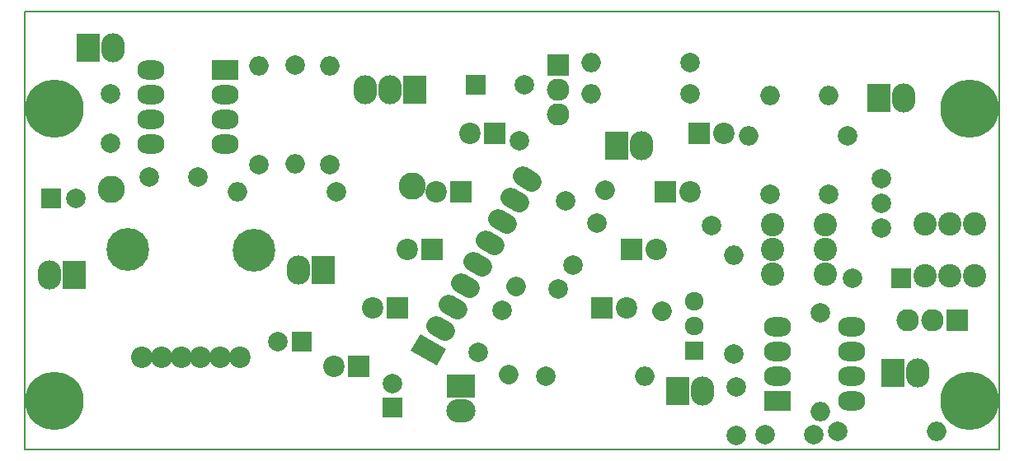
<source format=gbs>
G04 #@! TF.FileFunction,Soldermask,Bot*
%FSLAX46Y46*%
G04 Gerber Fmt 4.6, Leading zero omitted, Abs format (unit mm)*
G04 Created by KiCad (PCBNEW 4.0.7) date 03/19/18 22:43:46*
%MOMM*%
%LPD*%
G01*
G04 APERTURE LIST*
%ADD10C,0.100000*%
%ADD11C,0.150000*%
%ADD12C,2.200000*%
%ADD13C,4.400000*%
%ADD14C,2.800000*%
%ADD15C,2.000000*%
%ADD16R,2.200000X2.200000*%
%ADD17O,2.300000X2.300000*%
%ADD18O,2.000000X2.000000*%
%ADD19R,2.000000X2.000000*%
%ADD20R,3.000000X2.400000*%
%ADD21O,3.000000X2.400000*%
%ADD22R,2.400000X3.000000*%
%ADD23O,2.400000X3.000000*%
%ADD24C,2.000000*%
%ADD25C,2.400000*%
%ADD26R,2.800000X2.000000*%
%ADD27O,2.800000X2.000000*%
%ADD28C,6.000000*%
%ADD29C,1.920000*%
%ADD30R,1.920000X1.920000*%
G04 APERTURE END LIST*
D10*
D11*
X118725000Y-73910000D02*
X118725000Y-118910000D01*
X218725000Y-73910000D02*
X118725000Y-73910000D01*
X218725000Y-118910000D02*
X118725000Y-118910000D01*
X218725000Y-73910000D02*
X218725000Y-118910000D01*
D12*
X130745000Y-109420000D03*
X132745000Y-109420000D03*
X134745000Y-109420000D03*
X136745000Y-109420000D03*
X138745000Y-109420000D03*
X140745000Y-109420000D03*
D13*
X129245000Y-98320000D03*
X142245000Y-98420000D03*
D14*
X158470000Y-91795000D03*
X127570000Y-92145000D03*
D15*
X206670000Y-96145000D03*
X206670000Y-93605000D03*
X206670000Y-91065000D03*
D16*
X173470000Y-79395000D03*
D17*
X173470000Y-81935000D03*
X173470000Y-84475000D03*
D16*
X214470000Y-105645000D03*
D17*
X211930000Y-105645000D03*
X209390000Y-105645000D03*
D15*
X200420000Y-104845000D03*
D18*
X200420000Y-115005000D03*
D19*
X156470000Y-114645000D03*
D15*
X156470000Y-112145000D03*
D19*
X164970000Y-81395000D03*
D15*
X169970000Y-81395000D03*
X177470000Y-95645000D03*
X174970000Y-99975127D03*
D19*
X208720000Y-101295000D03*
D15*
X203720000Y-101295000D03*
X167720000Y-104645000D03*
X165220000Y-108975127D03*
D19*
X147170000Y-107845000D03*
D15*
X144670000Y-107845000D03*
D19*
X121420000Y-93095000D03*
D15*
X123920000Y-93095000D03*
X131470000Y-90895000D03*
X136470000Y-90895000D03*
X127470000Y-82395000D03*
X127470000Y-87395000D03*
X191720000Y-117495000D03*
X191720000Y-112495000D03*
X199720000Y-117445000D03*
X194720000Y-117445000D03*
D16*
X177970000Y-104395000D03*
D12*
X180510000Y-104395000D03*
D16*
X187970000Y-86395000D03*
D12*
X190510000Y-86395000D03*
D16*
X184470000Y-92395000D03*
D12*
X187010000Y-92395000D03*
D16*
X180970000Y-98395000D03*
D12*
X183510000Y-98395000D03*
D16*
X152970000Y-110395000D03*
D12*
X150430000Y-110395000D03*
D16*
X156970000Y-104395000D03*
D12*
X154430000Y-104395000D03*
D16*
X160470000Y-98395000D03*
D12*
X157930000Y-98395000D03*
D16*
X163470000Y-92395000D03*
D12*
X160930000Y-92395000D03*
D16*
X166970000Y-86395000D03*
D12*
X164430000Y-86395000D03*
D20*
X163470000Y-112395000D03*
D21*
X163470000Y-114935000D03*
D22*
X158720000Y-81895000D03*
D23*
X156180000Y-81895000D03*
X153640000Y-81895000D03*
D22*
X185720000Y-112895000D03*
D23*
X188260000Y-112895000D03*
D22*
X179470000Y-87645000D03*
D23*
X182010000Y-87645000D03*
D22*
X149370000Y-100445000D03*
D23*
X146830000Y-100445000D03*
D22*
X123770000Y-100995000D03*
D23*
X121230000Y-100995000D03*
D22*
X125220000Y-77645000D03*
D23*
X127760000Y-77645000D03*
D22*
X207870000Y-111095000D03*
D23*
X210410000Y-111095000D03*
D22*
X206370000Y-82795000D03*
D23*
X208910000Y-82795000D03*
D15*
X172220000Y-111395000D03*
D18*
X182380000Y-111395000D03*
D15*
X203220000Y-86645000D03*
D18*
X193060000Y-86645000D03*
D15*
X149970000Y-89645000D03*
D18*
X149970000Y-79485000D03*
D15*
X142720000Y-89645000D03*
D18*
X142720000Y-79485000D03*
D15*
X191470000Y-109145000D03*
D18*
X191470000Y-98985000D03*
D15*
X150720000Y-92395000D03*
D18*
X140560000Y-92395000D03*
D15*
X146470000Y-79395000D03*
D18*
X146470000Y-89555000D03*
D15*
X189220000Y-95895000D03*
D24*
X184140000Y-104693818D02*
X184140000Y-104693818D01*
D15*
X186970000Y-79145000D03*
D18*
X176810000Y-79145000D03*
D15*
X186970000Y-82395000D03*
D18*
X176810000Y-82395000D03*
D15*
X173470000Y-102395000D03*
D24*
X168390000Y-111193818D02*
X168390000Y-111193818D01*
D15*
X201220000Y-92645000D03*
D18*
X201220000Y-82485000D03*
D15*
X195220000Y-92645000D03*
D18*
X195220000Y-82485000D03*
D15*
X169470000Y-87145000D03*
D24*
X178268818Y-92225000D02*
X178268818Y-92225000D01*
D15*
X202170000Y-117095000D03*
D18*
X212330000Y-117095000D03*
D15*
X174220000Y-93395000D03*
D24*
X169140000Y-102193818D02*
X169140000Y-102193818D01*
D25*
X213720000Y-95695000D03*
X213720000Y-101095000D03*
X211180000Y-101095000D03*
X211180000Y-95695000D03*
X216260000Y-95695000D03*
X216260000Y-101095000D03*
X200920000Y-98395000D03*
X195520000Y-98395000D03*
X195520000Y-95855000D03*
X200920000Y-95855000D03*
X200920000Y-100935000D03*
X195520000Y-100935000D03*
D26*
X139220000Y-79895000D03*
D27*
X131600000Y-87515000D03*
X139220000Y-82435000D03*
X131600000Y-84975000D03*
X139220000Y-84975000D03*
X131600000Y-82435000D03*
X139220000Y-87515000D03*
X131600000Y-79895000D03*
D10*
G36*
X158297661Y-108784843D02*
X159297661Y-107052793D01*
X161982339Y-108602793D01*
X160982339Y-110334843D01*
X158297661Y-108784843D01*
X158297661Y-108784843D01*
G37*
D24*
X160933686Y-106219114D02*
X161886314Y-106769114D01*
X162203686Y-104019409D02*
X163156314Y-104569409D01*
X163473686Y-101819705D02*
X164426314Y-102369705D01*
X164743686Y-99620000D02*
X165696314Y-100170000D01*
X166013686Y-97420295D02*
X166966314Y-97970295D01*
X167283686Y-95220591D02*
X168236314Y-95770591D01*
X168553686Y-93020886D02*
X169506314Y-93570886D01*
X169823686Y-90821182D02*
X170776314Y-91371182D01*
D26*
X196020000Y-113895000D03*
D27*
X203640000Y-106275000D03*
X196020000Y-111355000D03*
X203640000Y-108815000D03*
X196020000Y-108815000D03*
X203640000Y-111355000D03*
X196020000Y-106275000D03*
X203640000Y-113895000D03*
D28*
X215720000Y-83895000D03*
X121720000Y-83895000D03*
X121720000Y-113895000D03*
X215720000Y-113895000D03*
D29*
X187420000Y-106205000D03*
X187420000Y-103665000D03*
D30*
X187420000Y-108745000D03*
M02*

</source>
